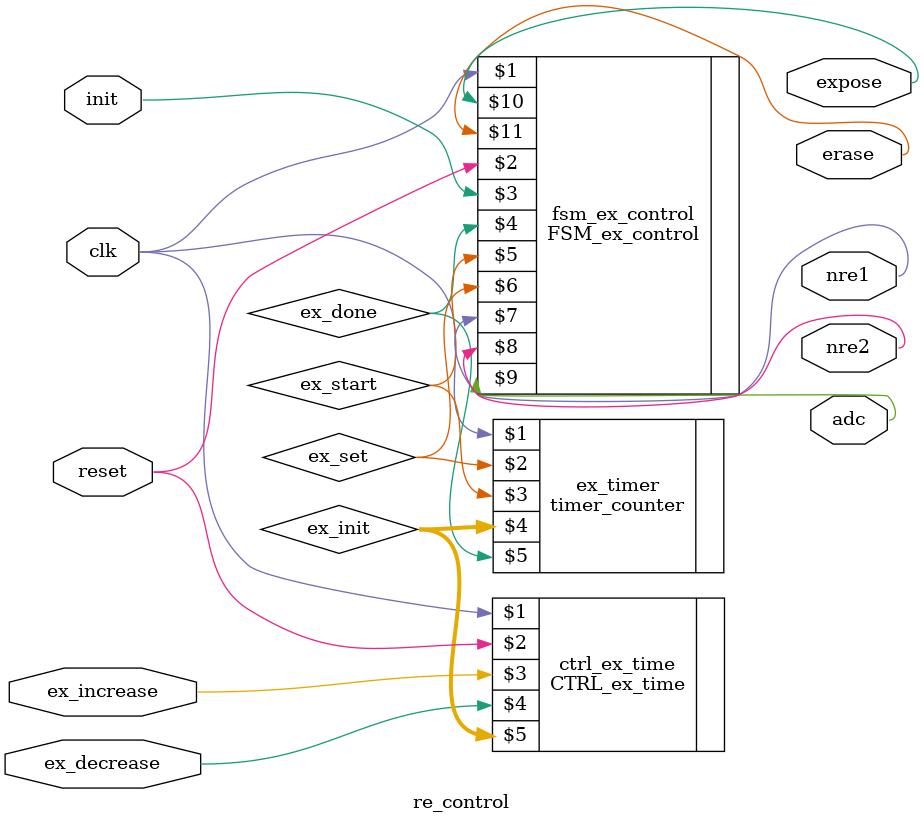
<source format=sv>

`include "CTRL_ex_time.sv"
`include "FSM_ex_control.sv"
`include "timer_counter.sv"

module re_control(
	input wire clk,
	input wire reset,
	input wire init,

	input wire ex_increase,
	input wire ex_decrease, 

	output wire nre1,
  output wire nre2,
  output wire adc,
  output wire expose,
  output wire erase
);

	wire ex_done;
	wire ex_start;
	wire ex_set;

	wire [4:0] ex_init;


	FSM_ex_control fsm_ex_control(clk, reset, init, ex_done, ex_start, ex_set, nre1, nre2, adc, expose, erase);
	CTRL_ex_time ctrl_ex_time (clk, reset, ex_increase, ex_decrease, ex_init);
	timer_counter ex_timer(clk, ex_set, ex_start, ex_init, ex_done);
	
endmodule // re_control
</source>
